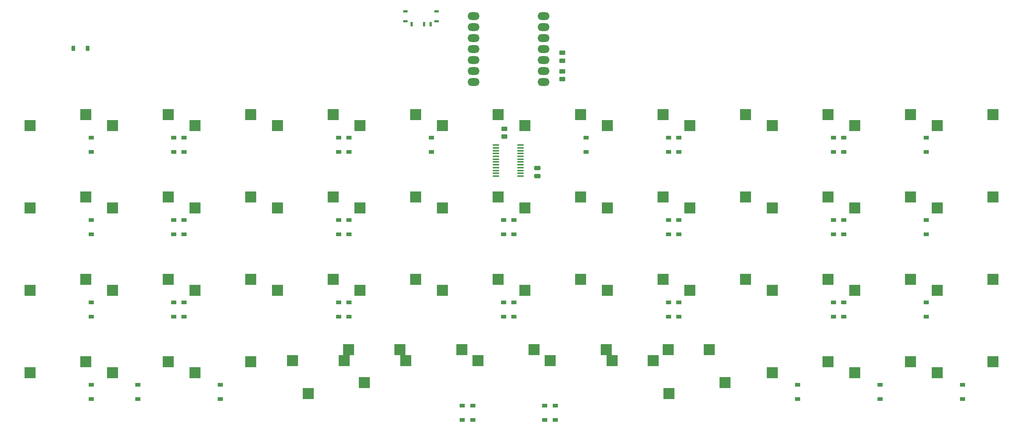
<source format=gbp>
%TF.GenerationSoftware,KiCad,Pcbnew,(7.0.0-0)*%
%TF.CreationDate,2023-03-16T02:49:19-07:00*%
%TF.ProjectId,spc_evdr,7370635f-6576-4647-922e-6b696361645f,rev?*%
%TF.SameCoordinates,Original*%
%TF.FileFunction,Paste,Bot*%
%TF.FilePolarity,Positive*%
%FSLAX46Y46*%
G04 Gerber Fmt 4.6, Leading zero omitted, Abs format (unit mm)*
G04 Created by KiCad (PCBNEW (7.0.0-0)) date 2023-03-16 02:49:19*
%MOMM*%
%LPD*%
G01*
G04 APERTURE LIST*
G04 Aperture macros list*
%AMRoundRect*
0 Rectangle with rounded corners*
0 $1 Rounding radius*
0 $2 $3 $4 $5 $6 $7 $8 $9 X,Y pos of 4 corners*
0 Add a 4 corners polygon primitive as box body*
4,1,4,$2,$3,$4,$5,$6,$7,$8,$9,$2,$3,0*
0 Add four circle primitives for the rounded corners*
1,1,$1+$1,$2,$3*
1,1,$1+$1,$4,$5*
1,1,$1+$1,$6,$7*
1,1,$1+$1,$8,$9*
0 Add four rect primitives between the rounded corners*
20,1,$1+$1,$2,$3,$4,$5,0*
20,1,$1+$1,$4,$5,$6,$7,0*
20,1,$1+$1,$6,$7,$8,$9,0*
20,1,$1+$1,$8,$9,$2,$3,0*%
G04 Aperture macros list end*
%ADD10R,2.550000X2.500000*%
%ADD11R,1.200000X0.900000*%
%ADD12RoundRect,0.250000X0.450000X-0.262500X0.450000X0.262500X-0.450000X0.262500X-0.450000X-0.262500X0*%
%ADD13RoundRect,0.250000X-0.450000X0.262500X-0.450000X-0.262500X0.450000X-0.262500X0.450000X0.262500X0*%
%ADD14RoundRect,0.100000X-0.637500X-0.100000X0.637500X-0.100000X0.637500X0.100000X-0.637500X0.100000X0*%
%ADD15RoundRect,0.250000X-0.475000X0.250000X-0.475000X-0.250000X0.475000X-0.250000X0.475000X0.250000X0*%
%ADD16RoundRect,0.225000X0.225000X0.375000X-0.225000X0.375000X-0.225000X-0.375000X0.225000X-0.375000X0*%
%ADD17R,1.100000X0.600000*%
%ADD18R,1.000000X0.600000*%
%ADD19R,0.600000X1.000000*%
%ADD20O,2.750000X1.800000*%
G04 APERTURE END LIST*
D10*
X257102688Y-87747189D03*
X244175688Y-90287189D03*
X121488938Y-125529689D03*
X134415938Y-122989689D03*
X66602688Y-68697189D03*
X53675688Y-71237189D03*
X161852688Y-68697189D03*
X148925688Y-71237189D03*
X66602688Y-106797189D03*
X53675688Y-109337189D03*
X161852688Y-106797189D03*
X148925688Y-109337189D03*
X180902688Y-87747189D03*
X167975688Y-90287189D03*
X104702688Y-68697189D03*
X91775688Y-71237189D03*
X47552688Y-87747189D03*
X34625688Y-90287189D03*
X219002688Y-68697189D03*
X206075688Y-71237189D03*
X47552688Y-68697189D03*
X34625688Y-71237189D03*
X257102688Y-68697189D03*
X244175688Y-71237189D03*
X85652688Y-68697189D03*
X72725688Y-71237189D03*
X104702688Y-106797189D03*
X91775688Y-109337189D03*
X138157688Y-125529689D03*
X151084688Y-122989689D03*
X66602688Y-125847189D03*
X53675688Y-128387189D03*
X238052688Y-125847189D03*
X225125688Y-128387189D03*
X123752688Y-87747189D03*
X110825688Y-90287189D03*
X142802688Y-106797189D03*
X129875688Y-109337189D03*
X123752688Y-106797189D03*
X110825688Y-109337189D03*
X219002688Y-87747189D03*
X206075688Y-90287189D03*
X199952688Y-68697189D03*
X187025688Y-71237189D03*
X169113938Y-125529689D03*
X182040938Y-122989689D03*
X178638938Y-125529689D03*
X191565938Y-122989689D03*
X47552688Y-125847189D03*
X34625688Y-128387189D03*
X107201438Y-125529689D03*
X120128438Y-122989689D03*
X199952688Y-106797189D03*
X187025688Y-109337189D03*
X219002688Y-106797189D03*
X206075688Y-109337189D03*
X238052688Y-68697189D03*
X225125688Y-71237189D03*
X180902688Y-106797189D03*
X167975688Y-109337189D03*
X238052688Y-87747189D03*
X225125688Y-90287189D03*
X195190188Y-130609689D03*
X182263188Y-133149689D03*
X238052688Y-106797189D03*
X225125688Y-109337189D03*
X123752688Y-68697189D03*
X110825688Y-71237189D03*
X154826438Y-125529689D03*
X167753438Y-122989689D03*
X66602688Y-87747189D03*
X53675688Y-90287189D03*
X219002688Y-125847189D03*
X206075688Y-128387189D03*
X85652688Y-106797189D03*
X72725688Y-109337189D03*
X95295188Y-125529689D03*
X108222188Y-122989689D03*
X199952688Y-87747189D03*
X187025688Y-90287189D03*
X161852688Y-87747189D03*
X148925688Y-90287189D03*
X142802688Y-68697189D03*
X129875688Y-71237189D03*
X180902688Y-68697189D03*
X167975688Y-71237189D03*
X85652688Y-125847189D03*
X72725688Y-128387189D03*
X104702688Y-87747189D03*
X91775688Y-90287189D03*
X111846438Y-130609689D03*
X98919438Y-133149689D03*
X142802688Y-87747189D03*
X129875688Y-90287189D03*
X257102688Y-125847189D03*
X244175688Y-128387189D03*
X257102688Y-106797189D03*
X244175688Y-109337189D03*
X47552688Y-106797189D03*
X34625688Y-109337189D03*
X85652688Y-87747189D03*
X72725688Y-90287189D03*
D11*
X241683313Y-77332189D03*
X241683313Y-74032189D03*
X134527063Y-139244689D03*
X134527063Y-135944689D03*
X184533313Y-77332189D03*
X184533313Y-74032189D03*
X108333313Y-77332189D03*
X108333313Y-74032189D03*
D12*
X157617689Y-60469690D03*
X157617689Y-58644690D03*
D11*
X144052063Y-115432189D03*
X144052063Y-112132189D03*
X48802063Y-96382189D03*
X48802063Y-93082189D03*
X182152063Y-96382189D03*
X182152063Y-93082189D03*
X108333313Y-115432189D03*
X108333313Y-112132189D03*
X67852063Y-77332189D03*
X67852063Y-74032189D03*
X105952063Y-115432189D03*
X105952063Y-112132189D03*
D13*
X144267689Y-71944690D03*
X144267689Y-73769690D03*
D11*
X127383313Y-77332189D03*
X127383313Y-74032189D03*
X220252063Y-115432189D03*
X220252063Y-112132189D03*
D14*
X142255189Y-82882190D03*
X142255189Y-82232190D03*
X142255189Y-81582190D03*
X142255189Y-80932190D03*
X142255189Y-80282190D03*
X142255189Y-79632190D03*
X142255189Y-78982190D03*
X142255189Y-78332190D03*
X142255189Y-77682190D03*
X142255189Y-77032190D03*
X142255189Y-76382190D03*
X142255189Y-75732190D03*
X147980189Y-75732190D03*
X147980189Y-76382190D03*
X147980189Y-77032190D03*
X147980189Y-77682190D03*
X147980189Y-78332190D03*
X147980189Y-78982190D03*
X147980189Y-79632190D03*
X147980189Y-80282190D03*
X147980189Y-80932190D03*
X147980189Y-81582190D03*
X147980189Y-82232190D03*
X147980189Y-82882190D03*
D11*
X136908313Y-139244689D03*
X136908313Y-135944689D03*
X48802063Y-134482189D03*
X48802063Y-131182189D03*
D13*
X157617689Y-54394690D03*
X157617689Y-56219690D03*
D11*
X222633313Y-96382189D03*
X222633313Y-93082189D03*
X184533313Y-115432189D03*
X184533313Y-112132189D03*
X184533313Y-96382189D03*
X184533313Y-93082189D03*
X70233313Y-77332189D03*
X70233313Y-74032189D03*
X182152063Y-77332189D03*
X182152063Y-74032189D03*
X222633313Y-115432189D03*
X222633313Y-112132189D03*
X108333313Y-96382189D03*
X108333313Y-93082189D03*
X67852063Y-115432189D03*
X67852063Y-112132189D03*
X211917688Y-134482189D03*
X211917688Y-131182189D03*
X70233313Y-115432189D03*
X70233313Y-112132189D03*
D15*
X151867689Y-81007190D03*
X151867689Y-82907190D03*
D11*
X250017688Y-134482189D03*
X250017688Y-131182189D03*
D16*
X48000000Y-53307190D03*
X44700000Y-53307190D03*
D11*
X220252063Y-77332189D03*
X220252063Y-74032189D03*
D17*
X128567688Y-44801689D03*
D18*
X121367688Y-44801689D03*
X128567688Y-47087689D03*
D17*
X121367688Y-47087689D03*
D19*
X122767688Y-47794689D03*
X125667688Y-47794689D03*
X127167688Y-47794689D03*
D11*
X105952063Y-96382189D03*
X105952063Y-93082189D03*
X67852063Y-96382189D03*
X67852063Y-93082189D03*
X70233313Y-96382189D03*
X70233313Y-93082189D03*
X241683313Y-115432189D03*
X241683313Y-112132189D03*
X153577063Y-139244689D03*
X153577063Y-135944689D03*
X48802063Y-77332189D03*
X48802063Y-74032189D03*
X78567688Y-134482189D03*
X78567688Y-131182189D03*
X144052063Y-96382189D03*
X144052063Y-93082189D03*
X220252063Y-96382189D03*
X220252063Y-93082189D03*
X182152063Y-115432189D03*
X182152063Y-112132189D03*
X59517688Y-134482189D03*
X59517688Y-131182189D03*
X222633313Y-77332189D03*
X222633313Y-74032189D03*
X48802063Y-115432189D03*
X48802063Y-112132189D03*
X155958313Y-139244689D03*
X155958313Y-135944689D03*
X241683313Y-96382189D03*
X241683313Y-93082189D03*
X105952063Y-77332189D03*
X105952063Y-74032189D03*
X146433313Y-115432189D03*
X146433313Y-112132189D03*
D20*
X153312648Y-45862189D03*
X153312648Y-48402189D03*
X153312648Y-50942189D03*
X153312648Y-53482189D03*
X153312648Y-56022189D03*
X153312648Y-58562189D03*
X153312648Y-61102189D03*
X137122728Y-61102189D03*
X137122728Y-58562189D03*
X137122728Y-56022189D03*
X137122728Y-53482189D03*
X137122728Y-50942189D03*
X137122728Y-48402189D03*
X137122728Y-45862189D03*
D11*
X163102063Y-77332189D03*
X163102063Y-74032189D03*
X230967688Y-134482189D03*
X230967688Y-131182189D03*
X146433313Y-96382189D03*
X146433313Y-93082189D03*
M02*

</source>
